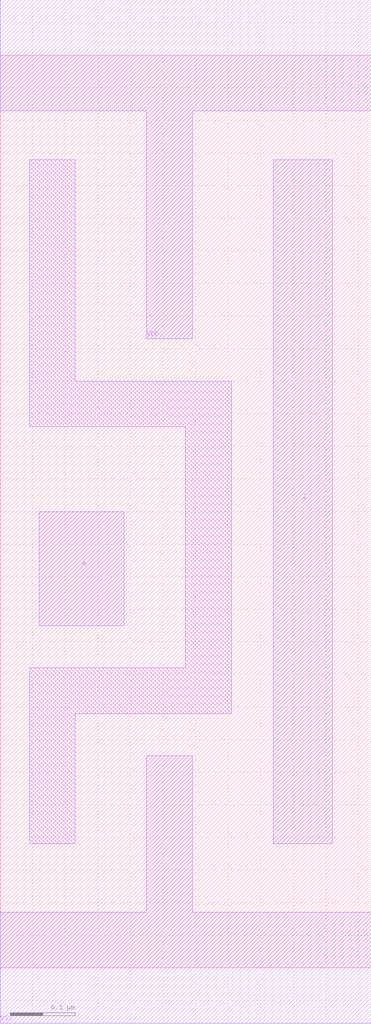
<source format=lef>
# 
# ******************************************************************************
# *                                                                            *
# *                   Copyright (C) 2004-2010, Nangate Inc.                    *
# *                           All rights reserved.                             *
# *                                                                            *
# * Nangate and the Nangate logo are trademarks of Nangate Inc.                *
# *                                                                            *
# * All trademarks, logos, software marks, and trade names (collectively the   *
# * "Marks") in this program are proprietary to Nangate or other respective    *
# * owners that have granted Nangate the right and license to use such Marks.  *
# * You are not permitted to use the Marks without the prior written consent   *
# * of Nangate or such third party that may own the Marks.                     *
# *                                                                            *
# * This file has been provided pursuant to a License Agreement containing     *
# * restrictions on its use. This file contains valuable trade secrets and     *
# * proprietary information of Nangate Inc., and is protected by U.S. and      *
# * international laws and/or treaties.                                        *
# *                                                                            *
# * The copyright notice(s) in this file does not indicate actual or intended  *
# * publication of this file.                                                  *
# *                                                                            *
# *     NGLibraryCreator, v2010.08-HR32-SP3-2010-08-05 - build 1009061800      *
# *                                                                            *
# ******************************************************************************
# 
# 
# Running on brazil06.nangate.com.br for user Giancarlo Franciscatto (gfr).
# Local time is now Fri, 3 Dec 2010, 19:32:18.
# Main process id is 27821.

VERSION 5.6 ;
BUSBITCHARS "[]" ;
DIVIDERCHAR "/" ;

MACRO BUF_X1
  CLASS core ;
  FOREIGN BUF_X1 0.0 0.0 ;
  ORIGIN 0 0 ;
  SYMMETRY X Y ;
  SITE FreePDK45_38x28_10R_NP_162NW_34O ;
  SIZE 0.57 BY 1.4 ;
  PIN A
    DIRECTION INPUT ;
    ANTENNAPARTIALMETALAREA 0.02275 LAYER metal1 ;
    ANTENNAPARTIALMETALSIDEAREA 0.0793 LAYER metal1 ;
    ANTENNAGATEAREA 0.02625 ;
    PORT
      LAYER metal1 ;
        POLYGON 0.06 0.525 0.19 0.525 0.19 0.7 0.06 0.7  ;
    END
  END A
  PIN Z
    DIRECTION OUTPUT ;
    ANTENNAPARTIALMETALAREA 0.0945 LAYER metal1 ;
    ANTENNAPARTIALMETALSIDEAREA 0.2964 LAYER metal1 ;
    ANTENNADIFFAREA 0.109725 ;
    PORT
      LAYER metal1 ;
        POLYGON 0.42 0.19 0.51 0.19 0.51 1.24 0.42 1.24  ;
    END
  END Z
  PIN VDD
    DIRECTION INOUT ;
    USE power ;
    SHAPE ABUTMENT ;
    PORT
      LAYER metal1 ;
        POLYGON 0 1.315 0.225 1.315 0.225 0.965 0.295 0.965 0.295 1.315 0.355 1.315 0.57 1.315 0.57 1.485 0.355 1.485 0 1.485  ;
    END
  END VDD
  PIN VSS
    DIRECTION INOUT ;
    USE ground ;
    SHAPE ABUTMENT ;
    PORT
      LAYER metal1 ;
        POLYGON 0 -0.085 0.57 -0.085 0.57 0.085 0.295 0.085 0.295 0.325 0.225 0.325 0.225 0.085 0 0.085  ;
    END
  END VSS
  OBS
      LAYER metal1 ;
        POLYGON 0.045 0.83 0.285 0.83 0.285 0.46 0.045 0.46 0.045 0.19 0.115 0.19 0.115 0.39 0.355 0.39 0.355 0.9 0.115 0.9 0.115 1.24 0.045 1.24  ;
  END
END BUF_X1

END LIBRARY
#
# End of file
#

</source>
